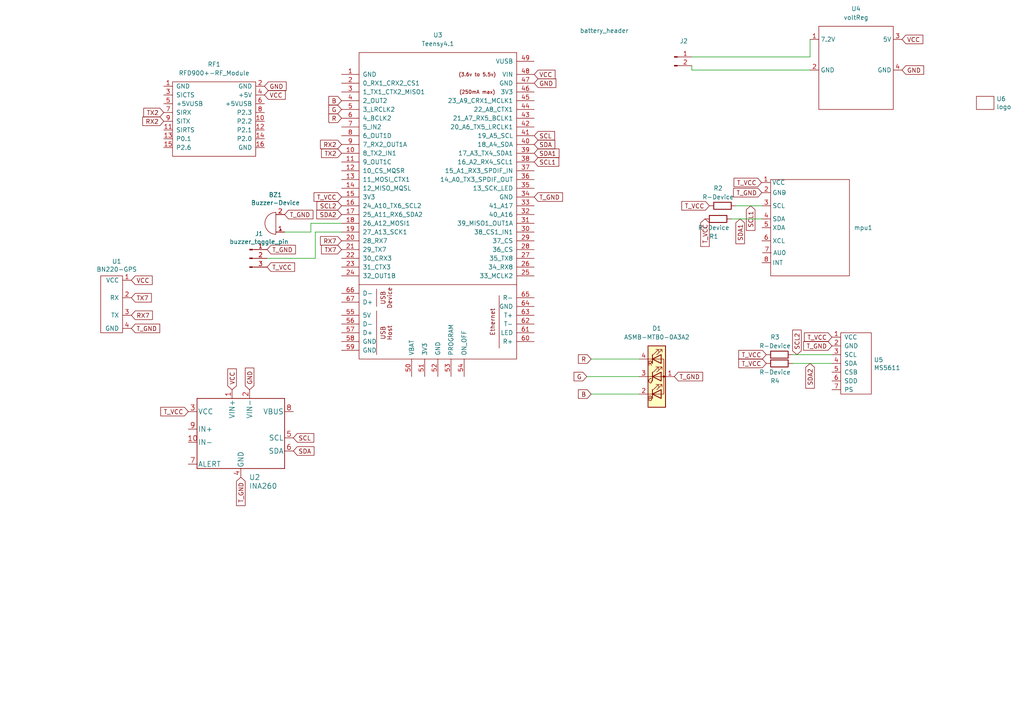
<source format=kicad_sch>
(kicad_sch (version 20230121) (generator eeschema)
  (paper "A4")
  (lib_symbols
    (symbol "LED:ASMB-MTB0-0A3A2" (pin_names (offset 0) hide)
      (property "Reference" "D" (at 0 10.16 0))
      (property "Value" "ASMB-MTB0-0A3A2" (at 0 -10.16 0))
      (symbol "ASMB-MTB0-0A3A2_0_0"
        (text "B" (at -1.905 -6.35 0) (effects (font (size 1.27 1.27))))
        (text "G" (at -1.905 -1.27 0) (effects (font (size 1.27 1.27))))
        (text "R" (at -1.905 3.81 0) (effects (font (size 1.27 1.27))))
      )
      (symbol "ASMB-MTB0-0A3A2_0_1"
        (rectangle (start -2.54 -8.89) (end 2.54 8.89) (stroke (width 0.254)) (fill (type background)))
        (polyline (pts (xy -2.54 -5.08) (xy 1.27 -5.08)))
        (polyline (pts (xy -1.27 -3.81) (xy -1.27 -6.35)) (stroke (width 0.254)))
        (polyline (pts (xy -1.27 1.27) (xy -1.27 -1.27)) (stroke (width 0.254)))
        (polyline (pts (xy -1.27 6.35) (xy -1.27 3.81)) (stroke (width 0.254)))
        (polyline (pts (xy 1.27 5.08) (xy -2.54 5.08)))
        (polyline (pts (xy 2.54 0) (xy -2.54 0)))
        (polyline (pts (xy 1.27 -5.08) (xy 2.032 -5.08) (xy 2.032 5.08) (xy 1.27 5.08)))
        (polyline (pts (xy 1.27 -3.81) (xy 1.27 -6.35) (xy -1.27 -5.08) (xy 1.27 -3.81)) (stroke (width 0.254)))
        (polyline (pts (xy 1.27 1.27) (xy 1.27 -1.27) (xy -1.27 0) (xy 1.27 1.27)) (stroke (width 0.254)))
        (polyline (pts (xy 1.27 6.35) (xy 1.27 3.81) (xy -1.27 5.08) (xy 1.27 6.35)) (stroke (width 0.254)))
        (polyline (pts (xy -1.016 -3.81) (xy 0.508 -2.286) (xy -0.254 -2.286) (xy 0.508 -2.286) (xy 0.508 -3.048)))
        (polyline (pts (xy -1.016 1.27) (xy 0.508 2.794) (xy -0.254 2.794) (xy 0.508 2.794) (xy 0.508 2.032)))
        (polyline (pts (xy -1.016 6.35) (xy 0.508 7.874) (xy -0.254 7.874) (xy 0.508 7.874) (xy 0.508 7.112)))
        (polyline (pts (xy 0 -3.81) (xy 1.524 -2.286) (xy 0.762 -2.286) (xy 1.524 -2.286) (xy 1.524 -3.048)))
        (polyline (pts (xy 0 1.27) (xy 1.524 2.794) (xy 0.762 2.794) (xy 1.524 2.794) (xy 1.524 2.032)))
        (polyline (pts (xy 0 6.35) (xy 1.524 7.874) (xy 0.762 7.874) (xy 1.524 7.874) (xy 1.524 7.112)))
        (rectangle (start 1.27 6.35) (end 1.27 6.35))
        (circle (center 2.032 0) (radius 0.254) (fill (type outline)))
      )
      (symbol "ASMB-MTB0-0A3A2_1_1"
        (pin passive line (at 5.08 0 180) (length 2.54) (name "A") (number "1"))
        (pin passive line (at -5.08 -5.08 0) (length 2.54) (name "BK") (number "2"))
        (pin passive line (at -5.08 0 0) (length 2.54) (name "GK") (number "3"))
        (pin passive line (at -5.08 5.08 0) (length 2.54) (name "RK") (number "4"))
      )
    )
    (symbol "parts:BN220-GPS" (pin_names (offset 1.016))
      (property "Reference" "U" (at -8.89 -10.16 0))
      (property "Value" "BN220-GPS" (at -7.62 7.62 0))
      (symbol "BN220-GPS_0_1"
        (rectangle (start -7.62 3.81) (end 8.89 -2.54))
      )
      (symbol "BN220-GPS_1_1"
        (pin input line (at 7.62 -5.08 90) (length 2.54) (name "VCC") (number "1"))
        (pin bidirectional line (at 2.54 -5.08 90) (length 2.54) (name "RX") (number "2"))
        (pin bidirectional line (at -2.54 -5.08 90) (length 2.54) (name "TX") (number "3"))
        (pin power_in line (at -6.35 -5.08 90) (length 2.54) (name "GND") (number "4"))
      )
    )
    (symbol "parts:INA260" (pin_names (offset 0.254))
      (property "Reference" "U" (at -11.43 21.59 0))
      (property "Value" "INA260" (at 0 8.89 0))
      (symbol "INA260_1_1"
        (polyline (pts (xy -12.7 0) (xy 12.7 0)) (stroke (width 0.2032)))
        (polyline (pts (xy -12.7 20.32) (xy -12.7 0)) (stroke (width 0.2032)))
        (polyline (pts (xy 12.7 0) (xy 12.7 20.32)) (stroke (width 0.2032)))
        (polyline (pts (xy 12.7 20.32) (xy -12.7 20.32)) (stroke (width 0.2032)))
        (pin power_in line (at -2.54 22.86 270) (length 2.54) (name "VIN+") (number "1"))
        (pin power_in line (at -15.24 7.62 0) (length 2.54) (name "IN-") (number "10"))
        (pin power_in line (at 2.54 22.86 270) (length 2.54) (name "VIN-") (number "2"))
        (pin power_in line (at -15.24 16.51 0) (length 2.54) (name "VCC") (number "3"))
        (pin power_in line (at 0 -2.54 90) (length 2.54) (name "GND") (number "4"))
        (pin bidirectional line (at 15.24 8.89 180) (length 2.54) (name "SCL") (number "5"))
        (pin bidirectional line (at 15.24 5.08 180) (length 2.54) (name "SDA") (number "6"))
        (pin open_collector line (at -15.24 1.27 0) (length 2.54) (name "ALERT") (number "7"))
        (pin power_in line (at 15.24 16.51 180) (length 2.54) (name "VBUS") (number "8"))
        (pin power_in line (at -15.24 11.43 0) (length 2.54) (name "IN+") (number "9"))
      )
    )
    (symbol "parts:MS5611" (pin_names (offset 1.016))
      (property "Reference" "U" (at 0 0 0))
      (property "Value" "MS5611" (at 0 0 0))
      (symbol "MS5611_0_1"
        (rectangle (start -8.89 12.7) (end 8.89 3.81))
      )
      (symbol "MS5611_1_1"
        (pin input line (at 7.62 15.24 270) (length 2.54) (name "VCC") (number "1"))
        (pin input line (at 5.08 15.24 270) (length 2.54) (name "GND") (number "2"))
        (pin input line (at 2.54 15.24 270) (length 2.54) (name "SCL") (number "3"))
        (pin input line (at 0 15.24 270) (length 2.54) (name "SDA") (number "4"))
        (pin input line (at -2.54 15.24 270) (length 2.54) (name "CSB") (number "5"))
        (pin input line (at -5.08 15.24 270) (length 2.54) (name "SDD") (number "6"))
        (pin input line (at -7.62 15.24 270) (length 2.54) (name "PS") (number "7"))
      )
    )
    (symbol "parts:RFD900+-RF_Module" (pin_names (offset 1.016))
      (property "Reference" "RF1" (at 8.255 6.35 0))
      (property "Value" "RFD900+-RF_Module" (at 8.255 3.81 0))
      (symbol "RFD900+-RF_Module_0_1"
        (rectangle (start -3.81 1.27) (end 20.32 -20.32))
      )
      (symbol "RFD900+-RF_Module_1_1"
        (pin power_in line (at -6.35 0 0) (length 2.54) (name "GND") (number "1"))
        (pin input line (at 22.86 -10.16 180) (length 2.54) (name "P2.2") (number "10"))
        (pin input line (at -6.35 -12.7 0) (length 2.54) (name "SIRTS") (number "11"))
        (pin input line (at 22.86 -12.7 180) (length 2.54) (name "P2.1") (number "12"))
        (pin input line (at -6.35 -15.24 0) (length 2.54) (name "P0.1") (number "13"))
        (pin input line (at 22.86 -15.24 180) (length 2.54) (name "P2.0") (number "14"))
        (pin input line (at -6.35 -17.78 0) (length 2.54) (name "P2.6") (number "15"))
        (pin power_in line (at 22.86 -17.78 180) (length 2.54) (name "GND") (number "16"))
        (pin power_in line (at 22.86 0 180) (length 2.54) (name "GND") (number "2"))
        (pin input line (at -6.35 -2.54 0) (length 2.54) (name "SICTS") (number "3"))
        (pin power_in line (at 22.86 -2.54 180) (length 2.54) (name "+5V") (number "4"))
        (pin power_in line (at -6.35 -5.08 0) (length 2.54) (name "+5VUSB") (number "5"))
        (pin power_in line (at 22.86 -5.08 180) (length 2.54) (name "+5VUSB") (number "6"))
        (pin bidirectional line (at -6.35 -7.62 0) (length 2.54) (name "SIRX") (number "7"))
        (pin input line (at 22.86 -7.62 180) (length 2.54) (name "P2.3") (number "8"))
        (pin bidirectional line (at -6.35 -10.16 0) (length 2.54) (name "SITX") (number "9"))
      )
    )
    (symbol "parts:mpu6050_eval"
      (property "Reference" "mpu" (at 6.35 6.35 0))
      (symbol "mpu6050_eval_0_1"
        (rectangle (start -3.81 3.81) (end 19.05 -24.13))
      )
      (symbol "mpu6050_eval_1_1"
        (pin power_in line (at -6.457 2.9415 0) (length 2.54) (name "VCC") (number "1"))
        (pin power_in line (at -6.35 0 0) (length 2.54) (name "GND") (number "2"))
        (pin bidirectional line (at -6.35 -3.81 0) (length 2.54) (name "SCL") (number "3"))
        (pin bidirectional line (at -6.35 -7.62 0) (length 2.54) (name "SDA") (number "4"))
        (pin bidirectional line (at -6.35 -10.16 0) (length 2.54) (name "XDA") (number "5"))
        (pin bidirectional line (at -6.35 -13.97 0) (length 2.54) (name "XCL") (number "6"))
        (pin input line (at -6.1745 -17.4341 0) (length 2.54) (name "AU0") (number "7"))
        (pin input line (at -6.35 -20.32 0) (length 2.54) (name "INT") (number "8"))
      )
    )
    (symbol "parts:voltReg"
      (property "Reference" "U" (at -17.78 -12.7 0))
      (property "Value" "voltReg" (at -1.27 -13.97 0))
      (symbol "voltReg_0_1"
        (rectangle (start -10.16 11.43) (end 11.43 -12.7))
      )
      (symbol "voltReg_1_1"
        (pin power_in line (at -12.7 7.62 0) (length 2.54) (name "7.2V") (number "1"))
        (pin power_in line (at -12.7 -1.27 0) (length 2.54) (name "GND") (number "2"))
        (pin power_out line (at 13.97 7.62 180) (length 2.54) (name "5V") (number "3"))
        (pin power_out line (at 13.97 -1.27 180) (length 2.54) (name "GND") (number "4"))
      )
    )
    (symbol "rrc_pcb-rescue:Buzzer-Device" (pin_names (offset 0.0254) hide)
      (property "Reference" "BZ" (at 3.81 1.27 0))
      (property "Value" "Buzzer-Device" (at 3.81 -1.27 0))
      (symbol "Buzzer-Device_0_1"
        (arc (start 0 -3.175) (mid 3.1612 0) (end 0 3.175))
        (polyline (pts (xy -1.651 1.905) (xy -1.143 1.905)))
        (polyline (pts (xy -1.397 2.159) (xy -1.397 1.651)))
        (polyline (pts (xy 0 3.175) (xy 0 -3.175)))
      )
      (symbol "Buzzer-Device_1_1"
        (pin passive line (at -2.54 2.54 0) (length 2.54) (name "-") (number "1"))
        (pin passive line (at -2.54 -2.54 0) (length 2.54) (name "+") (number "2"))
      )
    )
    (symbol "rrc_pcb-rescue:Conn_01x02_Male-Connector" (pin_names (offset 1.016) hide)
      (property "Reference" "J" (at 0 2.54 0))
      (property "Value" "Conn_01x02_Male-Connector" (at 0 -5.08 0))
      (symbol "Conn_01x02_Male-Connector_1_1"
        (polyline (pts (xy 1.27 -2.54) (xy 0.8636 -2.54)) (stroke (width 0.1524)))
        (polyline (pts (xy 1.27 0) (xy 0.8636 0)) (stroke (width 0.1524)))
        (rectangle (start 0.8636 -2.413) (end 0 -2.667) (stroke (width 0.1524)) (fill (type outline)))
        (rectangle (start 0.8636 0.127) (end 0 -0.127) (stroke (width 0.1524)) (fill (type outline)))
        (pin passive line (at 5.08 0 180) (length 3.81) (name "Pin_1") (number "1"))
        (pin passive line (at 5.08 -2.54 180) (length 3.81) (name "Pin_2") (number "2"))
      )
    )
    (symbol "rrc_pcb-rescue:Conn_01x03_Male-Connector" (pin_names (offset 1.016) hide)
      (property "Reference" "J" (at 0 5.08 0))
      (property "Value" "Conn_01x03_Male-Connector" (at 0 -5.08 0))
      (symbol "Conn_01x03_Male-Connector_1_1"
        (polyline (pts (xy 1.27 -2.54) (xy 0.8636 -2.54)) (stroke (width 0.1524)))
        (polyline (pts (xy 1.27 0) (xy 0.8636 0)) (stroke (width 0.1524)))
        (polyline (pts (xy 1.27 2.54) (xy 0.8636 2.54)) (stroke (width 0.1524)))
        (rectangle (start 0.8636 -2.413) (end 0 -2.667) (stroke (width 0.1524)) (fill (type outline)))
        (rectangle (start 0.8636 0.127) (end 0 -0.127) (stroke (width 0.1524)) (fill (type outline)))
        (rectangle (start 0.8636 2.667) (end 0 2.413) (stroke (width 0.1524)) (fill (type outline)))
        (pin passive line (at 5.08 2.54 180) (length 3.81) (name "Pin_1") (number "1"))
        (pin passive line (at 5.08 0 180) (length 3.81) (name "Pin_2") (number "2"))
        (pin passive line (at 5.08 -2.54 180) (length 3.81) (name "Pin_3") (number "3"))
      )
    )
    (symbol "rrc_pcb-rescue:R-Device" (pin_numbers hide) (pin_names (offset 0))
      (property "Reference" "R" (at 2.032 0 90))
      (property "Value" "R-Device" (at 0 0 90))
      (symbol "R-Device_0_1"
        (rectangle (start -1.016 -2.54) (end 1.016 2.54) (stroke (width 0.254)))
      )
      (symbol "R-Device_1_1"
        (pin passive line (at 0 3.81 270) (length 1.27) (name "~") (number "1"))
        (pin passive line (at 0 -3.81 90) (length 1.27) (name "~") (number "2"))
      )
    )
    (symbol "rrc_pcb-rescue:logo" (pin_names (offset 1.016))
      (property "Reference" "U" (at 1.27 2.54 0))
      (property "Value" "logo" (at -2.54 2.54 0))
      (symbol "logo_0_1"
        (rectangle (start -2.54 1.27) (end 2.54 -2.54))
      )
    )
    (symbol "teensy:Teensy4.1" (pin_names (offset 1.016))
      (property "Reference" "U" (at 0 64.77 0))
      (property "Value" "Teensy4.1" (at 0 62.23 0))
      (symbol "Teensy4.1_0_0"
        (polyline (pts (xy -22.86 -6.35) (xy 22.86 -6.35)))
        (polyline (pts (xy -17.78 -26.67) (xy -17.78 -13.97)))
        (polyline (pts (xy -17.78 -7.62) (xy -17.78 -12.7)))
        (polyline (pts (xy 17.78 -9.525) (xy 17.78 -24.765)))
        (text "(250mA max)" (at 11.43 49.53 0) (effects (font (size 1.016 1.016))))
        (text "(3.6v to 5.5v)" (at 11.43 54.61 0) (effects (font (size 1.016 1.016))))
        (text "Device" (at -13.97 -10.16 900) (effects (font (size 1.27 1.27))))
        (text "Ethernet" (at 15.875 -17.145 900) (effects (font (size 1.27 1.27))))
        (text "Host" (at -13.97 -20.32 900) (effects (font (size 1.27 1.27))))
        (text "USB" (at -15.875 -20.32 900) (effects (font (size 1.27 1.27))))
        (text "USB" (at -15.875 -10.16 900) (effects (font (size 1.27 1.27))))
        (pin bidirectional line (at -27.94 31.75 0) (length 5.08) (name "8_TX2_IN1") (number "10"))
        (pin bidirectional line (at -27.94 29.21 0) (length 5.08) (name "9_OUT1C") (number "11"))
        (pin bidirectional line (at -27.94 26.67 0) (length 5.08) (name "10_CS_MQSR") (number "12"))
        (pin bidirectional line (at -27.94 24.13 0) (length 5.08) (name "11_MOSI_CTX1") (number "13"))
        (pin bidirectional line (at -27.94 21.59 0) (length 5.08) (name "12_MISO_MQSL") (number "14"))
        (pin power_in line (at -27.94 19.05 0) (length 5.08) (name "3V3") (number "15"))
        (pin bidirectional line (at -27.94 16.51 0) (length 5.08) (name "24_A10_TX6_SCL2") (number "16"))
        (pin bidirectional line (at -27.94 13.97 0) (length 5.08) (name "25_A11_RX6_SDA2") (number "17"))
        (pin bidirectional line (at -27.94 11.43 0) (length 5.08) (name "26_A12_MOSI1") (number "18"))
        (pin bidirectional line (at -27.94 8.89 0) (length 5.08) (name "27_A13_SCK1") (number "19"))
        (pin bidirectional line (at -27.94 6.35 0) (length 5.08) (name "28_RX7") (number "20"))
        (pin bidirectional line (at -27.94 3.81 0) (length 5.08) (name "29_TX7") (number "21"))
        (pin bidirectional line (at -27.94 1.27 0) (length 5.08) (name "30_CRX3") (number "22"))
        (pin bidirectional line (at -27.94 -1.27 0) (length 5.08) (name "31_CTX3") (number "23"))
        (pin bidirectional line (at -27.94 -3.81 0) (length 5.08) (name "32_OUT1B") (number "24"))
        (pin bidirectional line (at 27.94 -3.81 180) (length 5.08) (name "33_MCLK2") (number "25"))
        (pin bidirectional line (at 27.94 -1.27 180) (length 5.08) (name "34_RX8") (number "26"))
        (pin bidirectional line (at 27.94 1.27 180) (length 5.08) (name "35_TX8") (number "27"))
        (pin bidirectional line (at 27.94 3.81 180) (length 5.08) (name "36_CS") (number "28"))
        (pin bidirectional line (at 27.94 6.35 180) (length 5.08) (name "37_CS") (number "29"))
        (pin bidirectional line (at 27.94 8.89 180) (length 5.08) (name "38_CS1_IN1") (number "30"))
        (pin bidirectional line (at 27.94 11.43 180) (length 5.08) (name "39_MISO1_OUT1A") (number "31"))
        (pin bidirectional line (at 27.94 13.97 180) (length 5.08) (name "40_A16") (number "32"))
        (pin bidirectional line (at 27.94 16.51 180) (length 5.08) (name "41_A17") (number "33"))
        (pin bidirectional line (at 27.94 21.59 180) (length 5.08) (name "13_SCK_LED") (number "35"))
        (pin bidirectional line (at 27.94 24.13 180) (length 5.08) (name "14_A0_TX3_SPDIF_OUT") (number "36"))
        (pin bidirectional line (at 27.94 26.67 180) (length 5.08) (name "15_A1_RX3_SPDIF_IN") (number "37"))
        (pin bidirectional line (at 27.94 29.21 180) (length 5.08) (name "16_A2_RX4_SCL1") (number "38"))
        (pin bidirectional line (at 27.94 31.75 180) (length 5.08) (name "17_A3_TX4_SDA1") (number "39"))
        (pin bidirectional line (at 27.94 34.29 180) (length 5.08) (name "18_A4_SDA") (number "40"))
        (pin bidirectional line (at 27.94 36.83 180) (length 5.08) (name "19_A5_SCL") (number "41"))
        (pin bidirectional line (at 27.94 39.37 180) (length 5.08) (name "20_A6_TX5_LRCLK1") (number "42"))
        (pin bidirectional line (at 27.94 41.91 180) (length 5.08) (name "21_A7_RX5_BCLK1") (number "43"))
        (pin bidirectional line (at 27.94 44.45 180) (length 5.08) (name "22_A8_CTX1") (number "44"))
        (pin bidirectional line (at 27.94 46.99 180) (length 5.08) (name "23_A9_CRX1_MCLK1") (number "45"))
        (pin output line (at 27.94 49.53 180) (length 5.08) (name "3V3") (number "46"))
        (pin output line (at 27.94 52.07 180) (length 5.08) (name "GND") (number "47"))
        (pin power_in line (at 27.94 54.61 180) (length 5.08) (name "VIN") (number "48"))
        (pin power_out line (at 27.94 58.42 180) (length 5.08) (name "VUSB") (number "49"))
        (pin bidirectional line (at -27.94 44.45 0) (length 5.08) (name "3_LRCLK2") (number "5"))
        (pin power_in line (at -7.62 -33.02 90) (length 5.08) (name "VBAT") (number "50"))
        (pin power_in line (at -3.81 -33.02 90) (length 5.08) (name "3V3") (number "51"))
        (pin input line (at 0 -33.02 90) (length 5.08) (name "GND") (number "52"))
        (pin input line (at 3.81 -33.02 90) (length 5.08) (name "PROGRAM") (number "53"))
        (pin input line (at 7.62 -33.02 90) (length 5.08) (name "ON_OFF") (number "54"))
        (pin power_out line (at -27.94 -15.24 0) (length 5.08) (name "5V") (number "55"))
        (pin bidirectional line (at -27.94 -17.78 0) (length 5.08) (name "D-") (number "56"))
        (pin bidirectional line (at -27.94 -20.32 0) (length 5.08) (name "D+") (number "57"))
        (pin power_in line (at -27.94 -22.86 0) (length 5.08) (name "GND") (number "58"))
        (pin power_in line (at -27.94 -25.4 0) (length 5.08) (name "GND") (number "59"))
        (pin bidirectional line (at -27.94 41.91 0) (length 5.08) (name "4_BCLK2") (number "6"))
        (pin bidirectional line (at 27.94 -22.86 180) (length 5.08) (name "R+") (number "60"))
        (pin bidirectional line (at 27.94 -20.32 180) (length 5.08) (name "LED") (number "61"))
        (pin bidirectional line (at 27.94 -17.78 180) (length 5.08) (name "T-") (number "62"))
        (pin bidirectional line (at 27.94 -15.24 180) (length 5.08) (name "T+") (number "63"))
        (pin power_in line (at 27.94 -12.7 180) (length 5.08) (name "GND") (number "64"))
        (pin bidirectional line (at 27.94 -10.16 180) (length 5.08) (name "R-") (number "65"))
        (pin bidirectional line (at -27.94 -8.89 0) (length 5.08) (name "D-") (number "66"))
        (pin bidirectional line (at -27.94 -11.43 0) (length 5.08) (name "D+") (number "67"))
        (pin bidirectional line (at -27.94 39.37 0) (length 5.08) (name "5_IN2") (number "7"))
        (pin bidirectional line (at -27.94 36.83 0) (length 5.08) (name "6_OUT1D") (number "8"))
        (pin bidirectional line (at -27.94 34.29 0) (length 5.08) (name "7_RX2_OUT1A") (number "9"))
      )
      (symbol "Teensy4.1_0_1"
        (rectangle (start -22.86 60.96) (end 22.86 -27.94))
        (rectangle (start -20.32 -1.27) (end -20.32 -1.27))
      )
      (symbol "Teensy4.1_1_1"
        (pin power_in line (at -27.94 54.61 0) (length 5.08) (name "GND") (number "1"))
        (pin bidirectional line (at -27.94 52.07 0) (length 5.08) (name "0_RX1_CRX2_CS1") (number "2"))
        (pin bidirectional line (at -27.94 49.53 0) (length 5.08) (name "1_TX1_CTX2_MISO1") (number "3"))
        (pin power_in line (at 27.94 19.05 180) (length 5.08) (name "GND") (number "34"))
        (pin bidirectional line (at -27.94 46.99 0) (length 5.08) (name "2_OUT2") (number "4"))
      )
    )
  )
  (wire (pts (xy 241.3 105.41) (xy 229.87 105.41)))
  (wire (pts (xy 241.3 102.87) (xy 229.87 102.87)))
  (wire (pts (xy 170.18 109.22) (xy 185.42 109.22)))
  (wire (pts (xy 200.66 16.51) (xy 234.95 16.51)))
  (wire (pts (xy 77.47 74.93) (xy 91.44 74.93)))
  (wire (pts (xy 200.66 20.32) (xy 200.66 19.05)))
  (wire (pts (xy 171.45 104.14) (xy 185.42 104.14)))
  (wire (pts (xy 90.17 67.31) (xy 90.17 64.77)))
  (wire (pts (xy 212.09 63.5) (xy 220.98 63.5)))
  (wire (pts (xy 91.44 67.31) (xy 99.06 67.31)))
  (wire (pts (xy 91.44 74.93) (xy 91.44 67.31)))
  (wire (pts (xy 234.95 20.32) (xy 200.66 20.32)))
  (wire (pts (xy 234.95 16.51) (xy 234.95 11.43)))
  (wire (pts (xy 82.55 67.31) (xy 90.17 67.31)))
  (wire (pts (xy 90.17 64.77) (xy 99.06 64.77)))
  (wire (pts (xy 171.45 114.3) (xy 185.42 114.3)))
  (wire (pts (xy 213.36 59.69) (xy 220.98 59.69)))
  (global_label "R" (shape input) (at 171.45 104.14 180) (property "Intersheetrefs" "${INTERSHEET_REFS}" (effects hide)))
  (global_label "T_GND" (shape input) (at 77.47 72.39 0) (property "Intersheetrefs" "${INTERSHEET_REFS}" (effects hide)))
  (global_label "T_VCC" (shape input) (at 77.47 77.47 0) (property "Intersheetrefs" "${INTERSHEET_REFS}" (effects hide)))
  (global_label "SDA" (shape input) (at 85.09 130.81 0) (property "Intersheetrefs" "${INTERSHEET_REFS}" (effects hide)))
  (global_label "TX2" (shape input) (at 47.4972 32.6297 180) (property "Intersheetrefs" "${INTERSHEET_REFS}" (effects hide)))
  (global_label "GND" (shape input) (at 154.94 24.13 0) (property "Intersheetrefs" "${INTERSHEET_REFS}" (effects hide)))
  (global_label "VCC" (shape input) (at 154.94 21.59 0) (property "Intersheetrefs" "${INTERSHEET_REFS}" (effects hide)))
  (global_label "GND" (shape input) (at 261.62 20.32 0) (property "Intersheetrefs" "${INTERSHEET_REFS}" (effects hide)))
  (global_label "VCC" (shape input) (at 76.7072 27.5497 0) (property "Intersheetrefs" "${INTERSHEET_REFS}" (effects hide)))
  (global_label "T_VCC" (shape input) (at 205.74 59.69 180) (property "Intersheetrefs" "${INTERSHEET_REFS}" (effects hide)))
  (global_label "T_VCC" (shape input) (at 54.61 119.38 180) (property "Intersheetrefs" "${INTERSHEET_REFS}" (effects hide)))
  (global_label "SCL1" (shape input) (at 154.94 46.99 0) (property "Intersheetrefs" "${INTERSHEET_REFS}" (effects hide)))
  (global_label "SCL2" (shape input) (at 99.06 59.69 180) (property "Intersheetrefs" "${INTERSHEET_REFS}" (effects hide)))
  (global_label "B" (shape input) (at 171.45 114.3 180) (property "Intersheetrefs" "${INTERSHEET_REFS}" (effects hide)))
  (global_label "SDA1" (shape input) (at 214.6842 63.5 270) (property "Intersheetrefs" "${INTERSHEET_REFS}" (effects hide)))
  (global_label "SCL2" (shape input) (at 231.14 102.87 90) (property "Intersheetrefs" "${INTERSHEET_REFS}" (effects hide)))
  (global_label "RX2" (shape input) (at 47.4972 35.1697 180) (property "Intersheetrefs" "${INTERSHEET_REFS}" (effects hide)))
  (global_label "T_VCC" (shape input) (at 220.873 52.9385 180) (property "Intersheetrefs" "${INTERSHEET_REFS}" (effects hide)))
  (global_label "SDA2" (shape input) (at 99.06 62.23 180) (property "Intersheetrefs" "${INTERSHEET_REFS}" (effects hide)))
  (global_label "GND" (shape input) (at 76.7072 25.0097 0) (property "Intersheetrefs" "${INTERSHEET_REFS}" (effects hide)))
  (global_label "T_VCC" (shape input) (at 241.3 97.79 180) (property "Intersheetrefs" "${INTERSHEET_REFS}" (effects hide)))
  (global_label "TX2" (shape input) (at 99.06 44.45 180) (property "Intersheetrefs" "${INTERSHEET_REFS}" (effects hide)))
  (global_label "G" (shape input) (at 170.18 109.22 180) (property "Intersheetrefs" "${INTERSHEET_REFS}" (effects hide)))
  (global_label "T_GND" (shape input) (at 38.1 95.25 0) (property "Intersheetrefs" "${INTERSHEET_REFS}" (effects hide)))
  (global_label "T_GND" (shape input) (at 82.55 62.23 0) (property "Intersheetrefs" "${INTERSHEET_REFS}" (effects hide)))
  (global_label "SCL1" (shape input) (at 217.7208 59.69 270) (property "Intersheetrefs" "${INTERSHEET_REFS}" (effects hide)))
  (global_label "VCC" (shape input) (at 38.1 81.28 0) (property "Intersheetrefs" "${INTERSHEET_REFS}" (effects hide)))
  (global_label "T_VCC" (shape input) (at 204.47 63.5 270) (property "Intersheetrefs" "${INTERSHEET_REFS}" (effects hide)))
  (global_label "SCL" (shape input) (at 85.09 127 0) (property "Intersheetrefs" "${INTERSHEET_REFS}" (effects hide)))
  (global_label "T_GND" (shape input) (at 241.3 100.33 180) (property "Intersheetrefs" "${INTERSHEET_REFS}" (effects hide)))
  (global_label "T_VCC" (shape input) (at 99.06 57.15 180) (property "Intersheetrefs" "${INTERSHEET_REFS}" (effects hide)))
  (global_label "T_VCC" (shape input) (at 222.25 102.87 180) (property "Intersheetrefs" "${INTERSHEET_REFS}" (effects hide)))
  (global_label "SDA" (shape input) (at 154.94 41.91 0) (property "Intersheetrefs" "${INTERSHEET_REFS}" (effects hide)))
  (global_label "TX7" (shape input) (at 38.1 86.36 0) (property "Intersheetrefs" "${INTERSHEET_REFS}" (effects hide)))
  (global_label "R" (shape input) (at 99.06 34.29 180) (property "Intersheetrefs" "${INTERSHEET_REFS}" (effects hide)))
  (global_label "RX7" (shape input) (at 99.06 69.85 180) (property "Intersheetrefs" "${INTERSHEET_REFS}" (effects hide)))
  (global_label "TX7" (shape input) (at 99.06 72.39 180) (property "Intersheetrefs" "${INTERSHEET_REFS}" (effects hide)))
  (global_label "T_GND" (shape input) (at 154.94 57.15 0) (property "Intersheetrefs" "${INTERSHEET_REFS}" (effects hide)))
  (global_label "B" (shape input) (at 99.06 29.21 180) (property "Intersheetrefs" "${INTERSHEET_REFS}" (effects hide)))
  (global_label "T_GND" (shape input) (at 195.58 109.22 0) (property "Intersheetrefs" "${INTERSHEET_REFS}" (effects hide)))
  (global_label "VCC" (shape input) (at 261.62 11.43 0) (property "Intersheetrefs" "${INTERSHEET_REFS}" (effects hide)))
  (global_label "RX7" (shape input) (at 38.1 91.44 0) (property "Intersheetrefs" "${INTERSHEET_REFS}" (effects hide)))
  (global_label "T_GND" (shape input) (at 69.85 138.43 270) (property "Intersheetrefs" "${INTERSHEET_REFS}" (effects hide)))
  (global_label "GND" (shape input) (at 72.39 113.03 90) (property "Intersheetrefs" "${INTERSHEET_REFS}" (effects hide)))
  (global_label "SDA2" (shape input) (at 234.95 105.41 270) (property "Intersheetrefs" "${INTERSHEET_REFS}" (effects hide)))
  (global_label "SDA1" (shape input) (at 154.94 44.45 0) (property "Intersheetrefs" "${INTERSHEET_REFS}" (effects hide)))
  (global_label "SCL" (shape input) (at 154.94 39.37 0) (property "Intersheetrefs" "${INTERSHEET_REFS}" (effects hide)))
  (global_label "T_GND" (shape input) (at 220.98 55.88 180) (property "Intersheetrefs" "${INTERSHEET_REFS}" (effects hide)))
  (global_label "T_VCC" (shape input) (at 222.25 105.41 180) (property "Intersheetrefs" "${INTERSHEET_REFS}" (effects hide)))
  (global_label "VCC" (shape input) (at 67.31 113.03 90) (property "Intersheetrefs" "${INTERSHEET_REFS}" (effects hide)))
  (global_label "G" (shape input) (at 99.06 31.75 180) (property "Intersheetrefs" "${INTERSHEET_REFS}" (effects hide)))
  (global_label "RX2" (shape input) (at 99.06 41.91 180) (property "Intersheetrefs" "${INTERSHEET_REFS}" (effects hide)))
  (symbol (lib_id "parts:MS5611") (at 256.54 105.41 90) (unit 1)
    (property "Reference" "U5" (at 253.4412 104.3686 90) (effects (justify right)))
    (property "Value" "MS5611" (at 253.4412 106.68 90) (effects (justify right)))
    (property "Footprint" "ms5611:1x07" (effects hide))
  )
  (symbol (lib_id "parts:BN220-GPS") (at 33.02 88.9 90) (unit 1)
    (property "Reference" "U1" (at 33.8582 75.819 90))
    (property "Value" "BN220-GPS" (at 33.8582 78.1304 90))
    (property "Footprint" "bn220_gps:BN220" (effects hide))
  )
  (symbol (lib_id "rrc_pcb-rescue:R-Device") (at 226.06 105.41 270) (unit 1)
    (property "Reference" "R4" (at 224.79 110.49 90))
    (property "Value" "R-Device" (at 224.79 107.95 90))
    (property "Footprint" "Resistor_THT:R_Axial_DIN0207_L6.3mm_D2.5mm_P10.16mm_Horizontal" (effects hide))
  )
  (symbol (lib_id "rrc_pcb-rescue:R-Device") (at 226.06 102.87 270) (unit 1)
    (property "Reference" "R3" (at 224.79 97.79 90))
    (property "Value" "R-Device" (at 224.79 100.33 90))
    (property "Footprint" "Resistor_THT:R_Axial_DIN0207_L6.3mm_D2.5mm_P10.16mm_Horizontal" (effects hide))
  )
  (symbol (lib_id "rrc_pcb-rescue:Conn_01x02_Male-Connector") (at 195.58 16.51 0) (unit 1)
    (property "Reference" "J2" (at 198.3232 11.9126 0))
    (property "Value" "battery_header" (at 175.26 8.89 0))
    (property "Footprint" "Connector_JST:JST_GH_SM02B-GHS-TB_1x02-1MP_P1.25mm_Horizontal" (effects hide))
  )
  (symbol (lib_id "rrc_pcb-rescue:Buzzer-Device") (at 80.01 64.77 180) (unit 1)
    (property "Reference" "BZ1" (at 79.883 56.515 0))
    (property "Value" "Buzzer-Device" (at 79.883 58.8264 0))
    (property "Footprint" "Buzzer_Beeper:Buzzer_12x9.5RM7.6" (effects hide))
  )
  (symbol (lib_id "rrc_pcb-rescue:logo") (at 285.75 29.21 0) (unit 1)
    (property "Reference" "U6" (at 289.0012 28.6766 0) (effects (justify left)))
    (property "Value" "logo" (at 289.0012 30.988 0) (effects (justify left)))
    (property "Footprint" "logo:RRC_logo" (effects hide))
  )
  (symbol (lib_id "rrc_pcb-rescue:Conn_01x03_Male-Connector") (at 72.39 74.93 0) (unit 1)
    (property "Reference" "J1" (at 75.1332 67.7926 0))
    (property "Value" "buzzer_toggle_pin" (at 75.1332 70.104 0))
    (property "Footprint" "Connector_PinHeader_2.54mm:PinHeader_1x03_P2.54mm_Vertical" (effects hide))
  )
  (symbol (lib_id "parts:INA260") (at 69.85 135.89 0) (unit 1)
    (property "Reference" "U2" (at 72.2012 138.43 0) (effects (font (size 1.524 1.524)) (justify left)))
    (property "Value" "INA260" (at 72.2012 140.97 0) (effects (font (size 1.524 1.524)) (justify left)))
    (property "Footprint" "INA260:INA260" (effects hide))
  )
  (symbol (lib_id "parts:voltReg") (at 247.65 19.05 0) (unit 1)
    (property "Reference" "U4" (at 248.285 2.54 0))
    (property "Value" "voltReg" (at 248.285 5.08 0))
    (property "Footprint" "VoltReg:voltReg" (effects hide))
  )
  (symbol (lib_id "rrc_pcb-rescue:R-Device") (at 209.55 59.69 270) (unit 1)
    (property "Reference" "R2" (at 208.28 54.61 90))
    (property "Value" "R-Device" (at 208.28 57.15 90))
    (property "Footprint" "Resistor_THT:R_Axial_DIN0207_L6.3mm_D2.5mm_P10.16mm_Horizontal" (effects hide))
  )
  (symbol (lib_id "LED:ASMB-MTB0-0A3A2") (at 190.5 109.22 0) (unit 1)
    (property "Reference" "D1" (at 190.5 95.25 0))
    (property "Value" "ASMB-MTB0-0A3A2" (at 190.5 97.79 0))
    (property "Footprint" "LED_4pin:LED_4PIN" (effects hide))
    (property "Datasheet" "https://docs.broadcom.com/docs/AV02-4186EN" (effects hide))
  )
  (symbol (lib_id "parts:mpu6050_eval") (at 227.33 55.88 0) (unit 1)
    (property "Reference" "mpu1" (at 247.65 66.04 0) (effects (justify left)))
    (property "Value" "~" (at 227.33 55.88 0))
    (property "Footprint" "MPU6050:MPU6050" (effects hide))
  )
  (symbol (lib_id "rrc_pcb-rescue:R-Device") (at 208.28 63.5 270) (unit 1)
    (property "Reference" "R1" (at 207.01 68.58 90))
    (property "Value" "R-Device" (at 207.01 66.04 90))
    (property "Footprint" "Resistor_THT:R_Axial_DIN0207_L6.3mm_D2.5mm_P10.16mm_Horizontal" (effects hide))
  )
  (symbol (lib_id "teensy:Teensy4.1") (at 127 76.2 0) (unit 1)
    (property "Reference" "U3" (at 127 10.16 0))
    (property "Value" "Teensy4.1" (at 127 12.7 0))
    (property "Footprint" "teensy:Teensy41" (effects hide))
  )
  (symbol (lib_id "parts:RFD900+-RF_Module") (at 53.8472 25.0097 0) (unit 1)
    (property "Reference" "RF1" (at 62.1022 18.6597 0))
    (property "Value" "RFD900+-RF_Module" (at 62.1022 21.1997 0))
    (property "Footprint" "rfd900+:RFD900+" (effects hide))
  )
)
</source>
